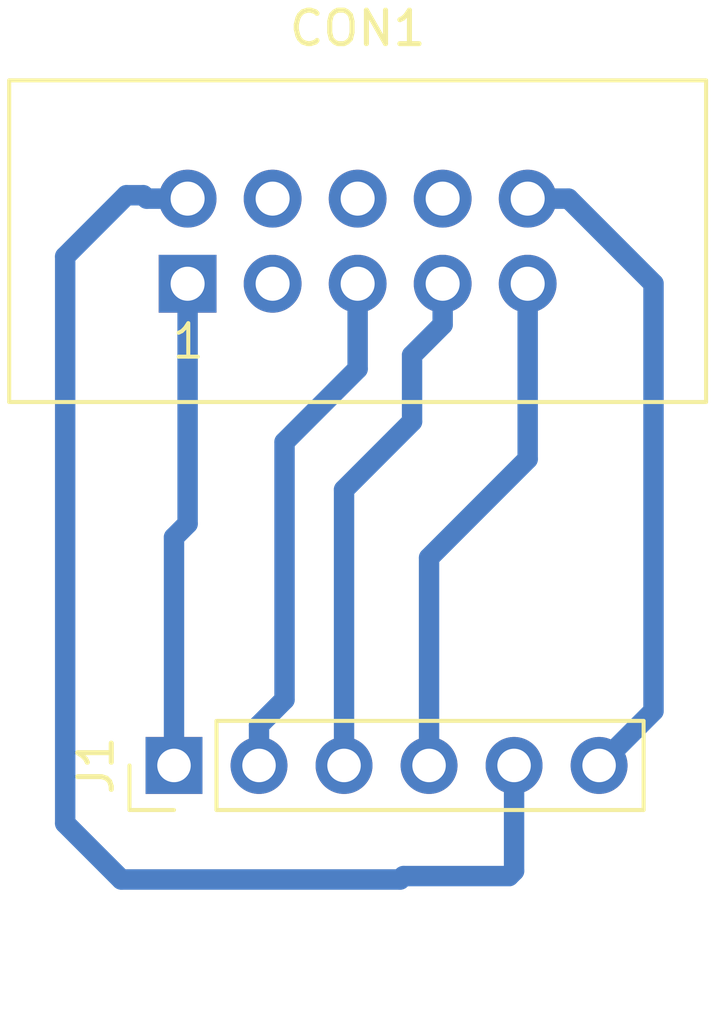
<source format=kicad_pcb>
(kicad_pcb (version 4) (host pcbnew 4.0.7-e2-6376~61~ubuntu18.04.1)

  (general
    (links 6)
    (no_connects 5)
    (area 0 0 0 0)
    (thickness 1.6)
    (drawings 0)
    (tracks 31)
    (zones 0)
    (modules 2)
    (nets 11)
  )

  (page A4)
  (layers
    (0 F.Cu signal)
    (31 B.Cu signal)
    (32 B.Adhes user)
    (33 F.Adhes user)
    (34 B.Paste user)
    (35 F.Paste user)
    (36 B.SilkS user)
    (37 F.SilkS user)
    (38 B.Mask user)
    (39 F.Mask user)
    (40 Dwgs.User user)
    (41 Cmts.User user)
    (42 Eco1.User user)
    (43 Eco2.User user)
    (44 Edge.Cuts user)
    (45 Margin user)
    (46 B.CrtYd user)
    (47 F.CrtYd user)
    (48 B.Fab user)
    (49 F.Fab user)
  )

  (setup
    (last_trace_width 0.6096)
    (user_trace_width 0.2032)
    (user_trace_width 0.254)
    (user_trace_width 0.3048)
    (user_trace_width 0.6096)
    (user_trace_width 0.8128)
    (user_trace_width 1.016)
    (trace_clearance 0.2)
    (zone_clearance 0.508)
    (zone_45_only no)
    (trace_min 0.2)
    (segment_width 0.2)
    (edge_width 0.15)
    (via_size 0.6)
    (via_drill 0.4)
    (via_min_size 0.4)
    (via_min_drill 0.3)
    (uvia_size 0.3)
    (uvia_drill 0.1)
    (uvias_allowed no)
    (uvia_min_size 0)
    (uvia_min_drill 0)
    (pcb_text_width 0.3)
    (pcb_text_size 1.5 1.5)
    (mod_edge_width 0.15)
    (mod_text_size 1 1)
    (mod_text_width 0.15)
    (pad_size 1.524 1.524)
    (pad_drill 0.762)
    (pad_to_mask_clearance 0.2)
    (aux_axis_origin 0 0)
    (visible_elements FFFFFF7F)
    (pcbplotparams
      (layerselection 0x00030_80000001)
      (usegerberextensions false)
      (excludeedgelayer true)
      (linewidth 0.100000)
      (plotframeref false)
      (viasonmask false)
      (mode 1)
      (useauxorigin false)
      (hpglpennumber 1)
      (hpglpenspeed 20)
      (hpglpendiameter 15)
      (hpglpenoverlay 2)
      (psnegative false)
      (psa4output false)
      (plotreference true)
      (plotvalue true)
      (plotinvisibletext false)
      (padsonsilk false)
      (subtractmaskfromsilk false)
      (outputformat 1)
      (mirror false)
      (drillshape 1)
      (scaleselection 1)
      (outputdirectory ""))
  )

  (net 0 "")
  (net 1 "Net-(CON1-Pad1)")
  (net 2 "Net-(CON1-Pad2)")
  (net 3 "Net-(CON1-Pad3)")
  (net 4 "Net-(CON1-Pad4)")
  (net 5 "Net-(CON1-Pad5)")
  (net 6 "Net-(CON1-Pad6)")
  (net 7 "Net-(CON1-Pad7)")
  (net 8 "Net-(CON1-Pad8)")
  (net 9 "Net-(CON1-Pad9)")
  (net 10 "Net-(CON1-Pad10)")

  (net_class Default "This is the default net class."
    (clearance 0.2)
    (trace_width 0.25)
    (via_dia 0.6)
    (via_drill 0.4)
    (uvia_dia 0.3)
    (uvia_drill 0.1)
    (add_net "Net-(CON1-Pad1)")
    (add_net "Net-(CON1-Pad10)")
    (add_net "Net-(CON1-Pad2)")
    (add_net "Net-(CON1-Pad3)")
    (add_net "Net-(CON1-Pad4)")
    (add_net "Net-(CON1-Pad5)")
    (add_net "Net-(CON1-Pad6)")
    (add_net "Net-(CON1-Pad7)")
    (add_net "Net-(CON1-Pad8)")
    (add_net "Net-(CON1-Pad9)")
  )

  (module Connectors:IDC_Header_Straight_10pins (layer F.Cu) (tedit 0) (tstamp 5C5498B7)
    (at 39.6748 32.004)
    (descr "10 pins through hole IDC header")
    (tags "IDC header socket VASCH")
    (path /5C459AD1)
    (fp_text reference CON1 (at 5.08 -7.62) (layer F.SilkS)
      (effects (font (size 1 1) (thickness 0.15)))
    )
    (fp_text value AVR-ISP-10 (at 5.08 5.223) (layer F.Fab)
      (effects (font (size 1 1) (thickness 0.15)))
    )
    (fp_line (start -5.08 -5.82) (end 15.24 -5.82) (layer F.Fab) (width 0.1))
    (fp_line (start -4.54 -5.27) (end 14.68 -5.27) (layer F.Fab) (width 0.1))
    (fp_line (start -5.08 3.28) (end 15.24 3.28) (layer F.Fab) (width 0.1))
    (fp_line (start -4.54 2.73) (end 2.83 2.73) (layer F.Fab) (width 0.1))
    (fp_line (start 7.33 2.73) (end 14.68 2.73) (layer F.Fab) (width 0.1))
    (fp_line (start 2.83 2.73) (end 2.83 3.28) (layer F.Fab) (width 0.1))
    (fp_line (start 7.33 2.73) (end 7.33 3.28) (layer F.Fab) (width 0.1))
    (fp_line (start -5.08 -5.82) (end -5.08 3.28) (layer F.Fab) (width 0.1))
    (fp_line (start -4.54 -5.27) (end -4.54 2.73) (layer F.Fab) (width 0.1))
    (fp_line (start 15.24 -5.82) (end 15.24 3.28) (layer F.Fab) (width 0.1))
    (fp_line (start 14.68 -5.27) (end 14.68 2.73) (layer F.Fab) (width 0.1))
    (fp_line (start -5.08 -5.82) (end -4.54 -5.27) (layer F.Fab) (width 0.1))
    (fp_line (start 15.24 -5.82) (end 14.68 -5.27) (layer F.Fab) (width 0.1))
    (fp_line (start -5.08 3.28) (end -4.54 2.73) (layer F.Fab) (width 0.1))
    (fp_line (start 15.24 3.28) (end 14.68 2.73) (layer F.Fab) (width 0.1))
    (fp_line (start -5.58 -6.32) (end 15.74 -6.32) (layer F.CrtYd) (width 0.05))
    (fp_line (start 15.74 -6.32) (end 15.74 3.78) (layer F.CrtYd) (width 0.05))
    (fp_line (start 15.74 3.78) (end -5.58 3.78) (layer F.CrtYd) (width 0.05))
    (fp_line (start -5.58 3.78) (end -5.58 -6.32) (layer F.CrtYd) (width 0.05))
    (fp_text user 1 (at 0.02 1.72) (layer F.SilkS)
      (effects (font (size 1 1) (thickness 0.12)))
    )
    (fp_line (start -5.33 -6.07) (end 15.49 -6.07) (layer F.SilkS) (width 0.12))
    (fp_line (start 15.49 -6.07) (end 15.49 3.53) (layer F.SilkS) (width 0.12))
    (fp_line (start 15.49 3.53) (end -5.33 3.53) (layer F.SilkS) (width 0.12))
    (fp_line (start -5.33 3.53) (end -5.33 -6.07) (layer F.SilkS) (width 0.12))
    (pad 1 thru_hole rect (at 0 0) (size 1.7272 1.7272) (drill 1.016) (layers *.Cu *.Mask)
      (net 1 "Net-(CON1-Pad1)"))
    (pad 2 thru_hole oval (at 0 -2.54) (size 1.7272 1.7272) (drill 1.016) (layers *.Cu *.Mask)
      (net 2 "Net-(CON1-Pad2)"))
    (pad 3 thru_hole oval (at 2.54 0) (size 1.7272 1.7272) (drill 1.016) (layers *.Cu *.Mask)
      (net 3 "Net-(CON1-Pad3)"))
    (pad 4 thru_hole oval (at 2.54 -2.54) (size 1.7272 1.7272) (drill 1.016) (layers *.Cu *.Mask)
      (net 4 "Net-(CON1-Pad4)"))
    (pad 5 thru_hole oval (at 5.08 0) (size 1.7272 1.7272) (drill 1.016) (layers *.Cu *.Mask)
      (net 5 "Net-(CON1-Pad5)"))
    (pad 6 thru_hole oval (at 5.08 -2.54) (size 1.7272 1.7272) (drill 1.016) (layers *.Cu *.Mask)
      (net 6 "Net-(CON1-Pad6)"))
    (pad 7 thru_hole oval (at 7.62 0) (size 1.7272 1.7272) (drill 1.016) (layers *.Cu *.Mask)
      (net 7 "Net-(CON1-Pad7)"))
    (pad 8 thru_hole oval (at 7.62 -2.54) (size 1.7272 1.7272) (drill 1.016) (layers *.Cu *.Mask)
      (net 8 "Net-(CON1-Pad8)"))
    (pad 9 thru_hole oval (at 10.16 0) (size 1.7272 1.7272) (drill 1.016) (layers *.Cu *.Mask)
      (net 9 "Net-(CON1-Pad9)"))
    (pad 10 thru_hole oval (at 10.16 -2.54) (size 1.7272 1.7272) (drill 1.016) (layers *.Cu *.Mask)
      (net 10 "Net-(CON1-Pad10)"))
  )

  (module Pin_Headers:Pin_Header_Straight_1x06_Pitch2.54mm (layer F.Cu) (tedit 59650532) (tstamp 5C5498D1)
    (at 39.2684 46.3804 90)
    (descr "Through hole straight pin header, 1x06, 2.54mm pitch, single row")
    (tags "Through hole pin header THT 1x06 2.54mm single row")
    (path /5C459B43)
    (fp_text reference J1 (at 0 -2.33 90) (layer F.SilkS)
      (effects (font (size 1 1) (thickness 0.15)))
    )
    (fp_text value Conn_01x06_Female (at 0 15.03 90) (layer F.Fab)
      (effects (font (size 1 1) (thickness 0.15)))
    )
    (fp_line (start -0.635 -1.27) (end 1.27 -1.27) (layer F.Fab) (width 0.1))
    (fp_line (start 1.27 -1.27) (end 1.27 13.97) (layer F.Fab) (width 0.1))
    (fp_line (start 1.27 13.97) (end -1.27 13.97) (layer F.Fab) (width 0.1))
    (fp_line (start -1.27 13.97) (end -1.27 -0.635) (layer F.Fab) (width 0.1))
    (fp_line (start -1.27 -0.635) (end -0.635 -1.27) (layer F.Fab) (width 0.1))
    (fp_line (start -1.33 14.03) (end 1.33 14.03) (layer F.SilkS) (width 0.12))
    (fp_line (start -1.33 1.27) (end -1.33 14.03) (layer F.SilkS) (width 0.12))
    (fp_line (start 1.33 1.27) (end 1.33 14.03) (layer F.SilkS) (width 0.12))
    (fp_line (start -1.33 1.27) (end 1.33 1.27) (layer F.SilkS) (width 0.12))
    (fp_line (start -1.33 0) (end -1.33 -1.33) (layer F.SilkS) (width 0.12))
    (fp_line (start -1.33 -1.33) (end 0 -1.33) (layer F.SilkS) (width 0.12))
    (fp_line (start -1.8 -1.8) (end -1.8 14.5) (layer F.CrtYd) (width 0.05))
    (fp_line (start -1.8 14.5) (end 1.8 14.5) (layer F.CrtYd) (width 0.05))
    (fp_line (start 1.8 14.5) (end 1.8 -1.8) (layer F.CrtYd) (width 0.05))
    (fp_line (start 1.8 -1.8) (end -1.8 -1.8) (layer F.CrtYd) (width 0.05))
    (fp_text user %R (at 0 6.35 180) (layer F.Fab)
      (effects (font (size 1 1) (thickness 0.15)))
    )
    (pad 1 thru_hole rect (at 0 0 90) (size 1.7 1.7) (drill 1) (layers *.Cu *.Mask)
      (net 1 "Net-(CON1-Pad1)"))
    (pad 2 thru_hole oval (at 0 2.54 90) (size 1.7 1.7) (drill 1) (layers *.Cu *.Mask)
      (net 5 "Net-(CON1-Pad5)"))
    (pad 3 thru_hole oval (at 0 5.08 90) (size 1.7 1.7) (drill 1) (layers *.Cu *.Mask)
      (net 7 "Net-(CON1-Pad7)"))
    (pad 4 thru_hole oval (at 0 7.62 90) (size 1.7 1.7) (drill 1) (layers *.Cu *.Mask)
      (net 9 "Net-(CON1-Pad9)"))
    (pad 5 thru_hole oval (at 0 10.16 90) (size 1.7 1.7) (drill 1) (layers *.Cu *.Mask)
      (net 2 "Net-(CON1-Pad2)"))
    (pad 6 thru_hole oval (at 0 12.7 90) (size 1.7 1.7) (drill 1) (layers *.Cu *.Mask)
      (net 10 "Net-(CON1-Pad10)"))
    (model ${KISYS3DMOD}/Pin_Headers.3dshapes/Pin_Header_Straight_1x06_Pitch2.54mm.wrl
      (at (xyz 0 0 0))
      (scale (xyz 1 1 1))
      (rotate (xyz 0 0 0))
    )
  )

  (segment (start 39.6748 39.1668) (end 39.2684 39.5732) (width 0.6096) (layer B.Cu) (net 1))
  (segment (start 39.2684 39.5732) (end 39.2684 46.3804) (width 0.6096) (layer B.Cu) (net 1))
  (segment (start 39.6748 32.004) (end 39.6748 39.1668) (width 0.6096) (layer B.Cu) (net 1))
  (segment (start 49.276 49.6824) (end 49.4284 49.53) (width 0.6096) (layer B.Cu) (net 2))
  (segment (start 49.4284 49.53) (end 49.4284 46.3804) (width 0.6096) (layer B.Cu) (net 2))
  (segment (start 46.1264 49.6824) (end 49.276 49.6824) (width 0.6096) (layer B.Cu) (net 2))
  (segment (start 37.6936 49.784) (end 46.0248 49.784) (width 0.6096) (layer B.Cu) (net 2))
  (segment (start 46.0248 49.784) (end 46.1264 49.6824) (width 0.6096) (layer B.Cu) (net 2))
  (segment (start 36.0172 48.1076) (end 37.6936 49.784) (width 0.6096) (layer B.Cu) (net 2))
  (segment (start 36.0172 31.1912) (end 36.0172 48.1076) (width 0.6096) (layer B.Cu) (net 2))
  (segment (start 37.846 29.3624) (end 36.0172 31.1912) (width 0.6096) (layer B.Cu) (net 2))
  (segment (start 38.351886 29.3624) (end 37.846 29.3624) (width 0.6096) (layer B.Cu) (net 2))
  (segment (start 39.6748 29.464) (end 38.453486 29.464) (width 0.6096) (layer B.Cu) (net 2))
  (segment (start 38.453486 29.464) (end 38.351886 29.3624) (width 0.6096) (layer B.Cu) (net 2))
  (segment (start 41.8084 46.3804) (end 41.8084 45.178319) (width 0.6096) (layer B.Cu) (net 5))
  (segment (start 41.8084 45.178319) (end 42.5704 44.416319) (width 0.6096) (layer B.Cu) (net 5))
  (segment (start 42.5704 44.416319) (end 42.5704 36.7284) (width 0.6096) (layer B.Cu) (net 5))
  (segment (start 42.5704 36.7284) (end 44.7548 34.544) (width 0.6096) (layer B.Cu) (net 5))
  (segment (start 44.7548 34.544) (end 44.7548 32.004) (width 0.6096) (layer B.Cu) (net 5))
  (segment (start 46.3804 36.1188) (end 44.3484 38.1508) (width 0.6096) (layer B.Cu) (net 7))
  (segment (start 44.3484 38.1508) (end 44.3484 46.3804) (width 0.6096) (layer B.Cu) (net 7))
  (segment (start 46.3804 34.139714) (end 46.3804 36.1188) (width 0.6096) (layer B.Cu) (net 7))
  (segment (start 47.2948 32.004) (end 47.2948 33.225314) (width 0.6096) (layer B.Cu) (net 7))
  (segment (start 47.2948 33.225314) (end 46.3804 34.139714) (width 0.6096) (layer B.Cu) (net 7))
  (segment (start 46.8884 40.1828) (end 49.8348 37.2364) (width 0.6096) (layer B.Cu) (net 9))
  (segment (start 49.8348 37.2364) (end 49.8348 32.004) (width 0.6096) (layer B.Cu) (net 9))
  (segment (start 46.8884 46.3804) (end 46.8884 40.1828) (width 0.6096) (layer B.Cu) (net 9))
  (segment (start 53.594 32.001886) (end 53.594 44.7548) (width 0.6096) (layer B.Cu) (net 10))
  (segment (start 53.594 44.7548) (end 51.9684 46.3804) (width 0.6096) (layer B.Cu) (net 10))
  (segment (start 49.8348 29.464) (end 51.056114 29.464) (width 0.6096) (layer B.Cu) (net 10))
  (segment (start 51.056114 29.464) (end 53.594 32.001886) (width 0.6096) (layer B.Cu) (net 10))

)

</source>
